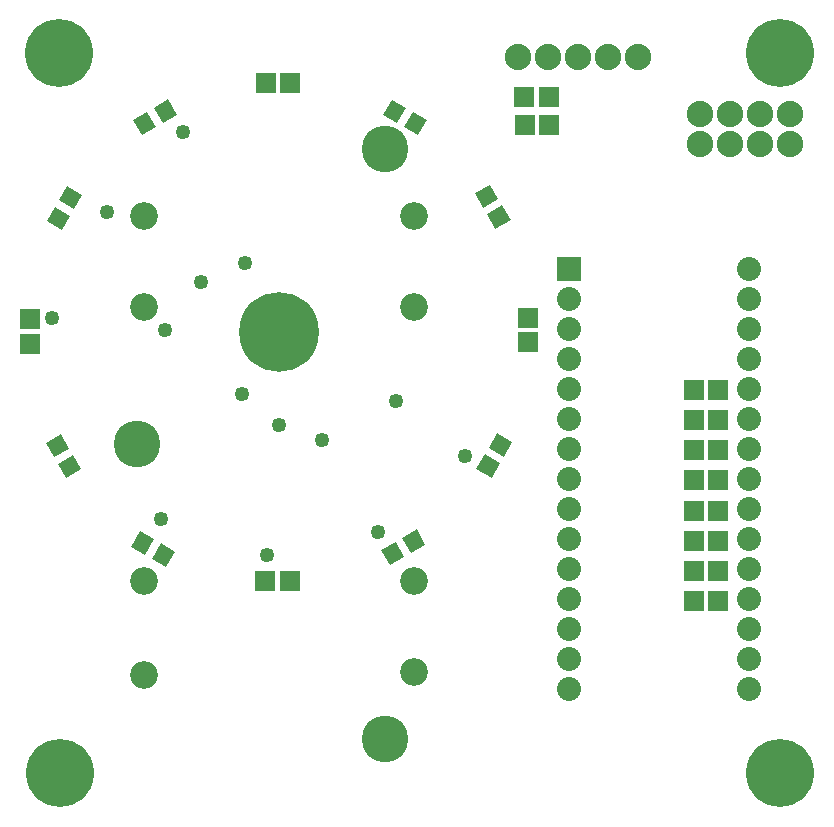
<source format=gbs>
G04 MADE WITH FRITZING*
G04 WWW.FRITZING.ORG*
G04 DOUBLE SIDED*
G04 HOLES PLATED*
G04 CONTOUR ON CENTER OF CONTOUR VECTOR*
%ASAXBY*%
%FSLAX23Y23*%
%MOIN*%
%OFA0B0*%
%SFA1.0B1.0*%
%ADD10C,0.092677*%
%ADD11C,0.265905*%
%ADD12C,0.155669*%
%ADD13C,0.049370*%
%ADD14C,0.080000*%
%ADD15C,0.088000*%
%ADD16C,0.128110*%
%ADD17C,0.226535*%
%ADD18C,0.214724*%
%ADD19R,0.065118X0.069055*%
%ADD20R,0.079972X0.080000*%
%ADD21R,0.069055X0.065118*%
%ADD22C,0.010000*%
%LNMASK0*%
G90*
G70*
G54D10*
X1336Y2021D03*
X1336Y1717D03*
X436Y1717D03*
X436Y2021D03*
X436Y491D03*
X436Y803D03*
X1336Y803D03*
X1336Y499D03*
G54D11*
X886Y1634D03*
G54D12*
X1240Y2244D03*
X413Y1260D03*
X1240Y276D03*
G54D13*
X626Y1799D03*
X315Y2032D03*
X773Y1863D03*
X568Y2299D03*
X507Y1641D03*
X129Y1679D03*
X765Y1427D03*
X493Y1010D03*
X887Y1324D03*
X1218Y968D03*
X1032Y1274D03*
X1276Y1404D03*
X1508Y1221D03*
X846Y890D03*
G54D14*
X1854Y1844D03*
X1854Y1744D03*
X1854Y1644D03*
X1854Y1544D03*
X1854Y1444D03*
X1854Y1344D03*
X1854Y1244D03*
X1854Y1144D03*
X1854Y1044D03*
X1854Y944D03*
X1854Y844D03*
X1854Y744D03*
X1854Y644D03*
X1854Y544D03*
X1854Y444D03*
X2454Y1844D03*
X2454Y1744D03*
X2454Y1644D03*
X2454Y1544D03*
X2454Y1444D03*
X2454Y1344D03*
X2454Y1244D03*
X2454Y1144D03*
X2454Y1044D03*
X2454Y944D03*
X2454Y844D03*
X2454Y744D03*
X2454Y644D03*
X2454Y544D03*
X2454Y444D03*
G54D15*
X2591Y2359D03*
X2491Y2359D03*
X2391Y2359D03*
X2291Y2359D03*
X2591Y2359D03*
X2491Y2359D03*
X2391Y2359D03*
X2291Y2359D03*
X2291Y2259D03*
X2391Y2259D03*
X2491Y2259D03*
X2591Y2259D03*
G54D16*
X415Y1263D03*
X1238Y2247D03*
X1243Y275D03*
G54D17*
X156Y162D03*
X2557Y2563D03*
X155Y2563D03*
X2556Y163D03*
G54D18*
X885Y1635D03*
G54D15*
X1685Y2549D03*
X1785Y2549D03*
X1885Y2549D03*
X1985Y2549D03*
X2085Y2549D03*
G54D19*
X1705Y2418D03*
X1786Y2418D03*
X1706Y2323D03*
X1787Y2323D03*
X843Y2462D03*
X924Y2462D03*
G54D20*
X1854Y1844D03*
G54D21*
X58Y1594D03*
X58Y1675D03*
G54D19*
X2271Y1139D03*
X2352Y1139D03*
X2271Y1441D03*
X2352Y1441D03*
G54D21*
X1717Y1680D03*
X1717Y1600D03*
G54D19*
X923Y804D03*
X842Y804D03*
X2271Y1240D03*
X2352Y1240D03*
X2271Y1340D03*
X2352Y1340D03*
X2271Y1037D03*
X2352Y1037D03*
X2271Y937D03*
X2352Y937D03*
X2271Y837D03*
X2352Y837D03*
X2271Y737D03*
X2352Y737D03*
G54D22*
G36*
X164Y1972D02*
X113Y2002D01*
X141Y2050D01*
X192Y2020D01*
X164Y1972D01*
G37*
D02*
G36*
X205Y2042D02*
X153Y2072D01*
X181Y2120D01*
X232Y2090D01*
X205Y2042D01*
G37*
D02*
G36*
X1235Y2357D02*
X1264Y2408D01*
X1312Y2380D01*
X1282Y2329D01*
X1235Y2357D01*
G37*
D02*
G36*
X1305Y2316D02*
X1334Y2367D01*
X1382Y2340D01*
X1352Y2289D01*
X1305Y2316D01*
G37*
D02*
G36*
X1540Y2095D02*
X1591Y2124D01*
X1618Y2077D01*
X1567Y2047D01*
X1540Y2095D01*
G37*
D02*
G36*
X1580Y2025D02*
X1631Y2055D01*
X1659Y2007D01*
X1608Y1977D01*
X1580Y2025D01*
G37*
D02*
G36*
X228Y1175D02*
X177Y1145D01*
X150Y1193D01*
X201Y1222D01*
X228Y1175D01*
G37*
D02*
G36*
X188Y1244D02*
X137Y1215D01*
X109Y1263D01*
X160Y1292D01*
X188Y1244D01*
G37*
D02*
G36*
X542Y901D02*
X512Y850D01*
X464Y878D01*
X494Y929D01*
X542Y901D01*
G37*
D02*
G36*
X472Y942D02*
X442Y890D01*
X394Y918D01*
X424Y969D01*
X472Y942D01*
G37*
D02*
G36*
X1346Y975D02*
X1375Y924D01*
X1328Y896D01*
X1298Y947D01*
X1346Y975D01*
G37*
D02*
G36*
X1276Y934D02*
X1305Y883D01*
X1258Y856D01*
X1228Y907D01*
X1276Y934D01*
G37*
D02*
G36*
X430Y2290D02*
X400Y2341D01*
X448Y2368D01*
X477Y2317D01*
X430Y2290D01*
G37*
D02*
G36*
X500Y2330D02*
X470Y2381D01*
X518Y2409D01*
X547Y2357D01*
X500Y2330D01*
G37*
D02*
G36*
X1613Y1295D02*
X1664Y1265D01*
X1637Y1217D01*
X1586Y1247D01*
X1613Y1295D01*
G37*
D02*
G36*
X1573Y1225D02*
X1624Y1195D01*
X1596Y1148D01*
X1545Y1177D01*
X1573Y1225D01*
G37*
D02*
G04 End of Mask0*
M02*
</source>
